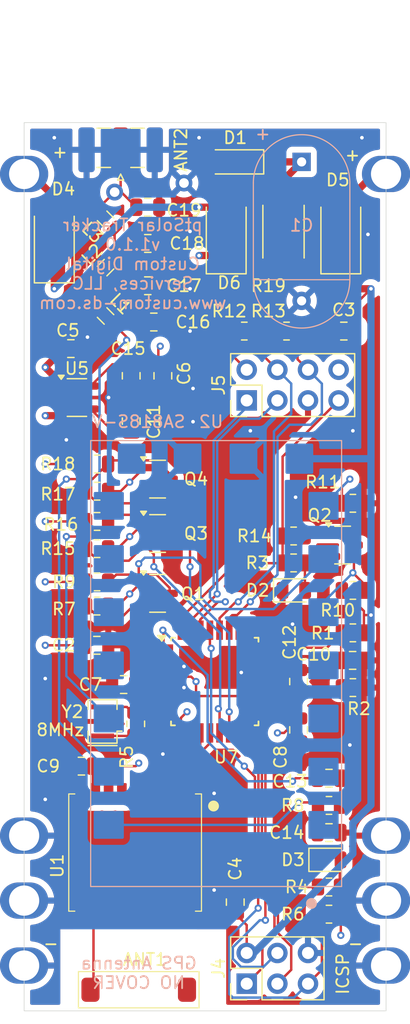
<source format=kicad_pcb>
(kicad_pcb (version 20240108) (generator "pcbnew") (generator_version "8.0")
  (layers (0 "F.Cu" signal) (1 "In1.Cu" signal) (2 "In2.Cu" signal) (31 "B.Cu" signal) (34 "B.Paste" user) (35 "F.Paste" user) (36 "B.SilkS" user "B.Silkscreen") (37 "F.SilkS" user "F.Silkscreen") (38 "B.Mask" user) (39 "F.Mask" user) (44 "Edge.Cuts" user))
  (net 0 "")
  (net 1 "+BATT")
  (net 2 "GND")
  (net 3 "Net-(U2-ANTENNA)")
  (net 4 "/RESET")
  (net 5 "/MOSI")
  (net 6 "/SCK")
  (net 7 "/MISO")
  (net 8 "/SCL")
  (net 9 "/SDA")
  (net 10 "+3.3V")
  (net 11 "Net-(U7-XTAL1{slash}PB6)")
  (net 12 "Net-(U7-XTAL2{slash}PB7)")
  (net 13 "Net-(U2-MIC-IN)")
  (net 14 "/DIG-PTT")
  (net 15 "Net-(D3-A)")
  (net 16 "Net-(U2-HIGH{slash}LOW)")
  (net 17 "Net-(J5-Pin_1)")
  (net 19 "Net-(U7-AREF)")
  (net 20 "/GPS-RX")
  (net 21 "/GPS-EN")
  (net 23 "/BATT-SENSE")
  (net 24 "Net-(U7-PD3)")
  (net 25 "/GPS-TX")
  (net 28 "Net-(J5-Pin_8)")
  (net 30 "Net-(U5-BP)")
  (net 31 "Net-(J5-Pin_3)")
  (net 48 "Net-(C17-Pad2)")
  (net 49 "Net-(D2-A)")
  (net 50 "Net-(ANT1-RF)")
  (net 51 "Net-(ANT2-In)")
  (net 52 "Net-(C18-Pad2)")
  (net 53 "Net-(C13-Pad2)")
  (net 55 "Net-(D1-K)")
  (net 56 "Net-(D4-A)")
  (net 57 "Net-(D5-A)")
  (net 58 "Net-(Q1-S)")
  (net 59 "Net-(Q1-D)")
  (net 60 "Net-(Q2-C)")
  (net 61 "Net-(Q2-B)")
  (net 62 "Net-(Q3-D)")
  (net 63 "Net-(Q3-S)")
  (net 64 "Net-(Q4-D)")
  (net 65 "Net-(Q4-S)")
  (footprint "Custom DS:PowerFilm MPT3.6-75" (layer "F.Cu") (at 137.25 104.75)
    (property "Reference" "J1" (hide yes))
    (property "Value" "~" (hide yes))
  )
  (footprint "Custom DS:Pulse ANT8010LL05R1575A Antenna" (layer "F.Cu") (at 147.25 139.5 180)
    (property "Reference" "ANT1")
    (property "Value" "~" (hide yes))
  )
  (footprint "Resistor_SMD:R_0805_2012Metric" (layer "F.Cu") (at 159.5875 101.95625)
    (property "Reference" "R14")
    (property "Value" "1k" (hide yes))
  )
  (footprint "Resistor_SMD:R_0805_2012Metric" (layer "F.Cu") (at 162.52 133.25 180)
    (property "Reference" "R6")
    (property "Value" "10k" (hide yes))
  )
  (footprint "Resistor_SMD:R_0805_2012Metric" (layer "F.Cu") (at 143.298474 103.001526)
    (property "Reference" "R15")
    (property "Value" "10k" (hide yes))
  )
  (footprint "Capacitor_SMD:C_0805_2012Metric" (layer "F.Cu") (at 146.125 92.45 90)
    (property "Reference" "C11")
    (property "Value" "10nF" (hide yes))
  )
  (footprint "Diode_SMD:D_0805_2012Metric" (layer "F.Cu") (at 159.6075 106.45625)
    (property "Reference" "D2")
    (property "Value" "Red" (hide yes))
  )
  (footprint "Resistor_SMD:R_2512_6332Metric" (layer "F.Cu") (at 158.75 76.7725 -90)
    (property "Reference" "R19")
    (property "Value" "47" (hide yes))
  )
  (footprint "Resistor_SMD:R_0805_2012Metric" (layer "F.Cu") (at 143.298474 107.753052)
    (property "Reference" "R7")
    (property "Value" "10k" (hide yes))
  )
  (footprint "Capacitor_SMD:C_0805_2012Metric" (layer "F.Cu") (at 148 84.25 180)
    (property "Reference" "C16")
    (property "Value" "20pF" (hide yes))
  )
  (footprint "Capacitor_SMD:C_0805_2012Metric" (layer "F.Cu") (at 162.52 122)
    (property "Reference" "C13")
    (property "Value" ".1uF" (hide yes))
  )
  (footprint "Custom DS:Small Test Point Pin" (layer "F.Cu") (at 150.5 72.75)
    (property "Reference" "ANT2b1" (hide yes))
    (property "Value" "Conn_01x01" (hide yes))
  )
  (footprint "Resistor_SMD:R_0805_2012Metric" (layer "F.Cu") (at 159 85)
    (property "Reference" "R13")
    (property "Value" "4.7k" (hide yes))
  )
  (footprint "Package_TO_SOT_SMD:SOT-23" (layer "F.Cu") (at 148.3125 101.751526)
    (property "Reference" "Q3")
    (property "Value" "BSS138" (hide yes))
  )
  (footprint "Package_QFP:TQFP-32_7x7mm_P0.8mm" (layer "F.Cu") (at 153.05 114)
    (property "Reference" "U7")
    (property "Value" "MEGA8-AI" (hide yes))
  )
  (footprint "Resistor_SMD:R_0805_2012Metric" (layer "F.Cu") (at 143.298474 105.753052 180)
    (property "Reference" "R9")
    (property "Value" "10k" (hide yes))
  )
  (footprint "Package_TO_SOT_SMD:SOT-23-5" (layer "F.Cu") (at 141.625 90.5)
    (property "Reference" "U5")
    (property "Value" "LP3985IM5-3.3/NOPB" (hide yes))
  )
  (footprint "Capacitor_SMD:C_0805_2012Metric" (layer "F.Cu") (at 164.48 112.25)
    (property "Reference" "C10")
    (property "Value" "10nF" (hide yes))
  )
  (footprint "Capacitor_SMD:C_0805_2012Metric" (layer "F.Cu") (at 160 118 -90)
    (property "Reference" "C8")
    (property "Value" "10nF" (hide yes))
  )
  (footprint "Diode_SMD:D_SOD-123" (layer "F.Cu") (at 154.75 71 180)
    (property "Reference" "D1")
    (property "Value" "D_Zener" (hide yes))
  )
  (footprint "Capacitor_SMD:C_0805_2012Metric" (layer "F.Cu") (at 154.75 132.25 90)
    (property "Reference" "C4")
    (property "Value" "10nF" (hide yes))
  )
  (footprint "Capacitor_SMD:C_0805_2012Metric" (layer "F.Cu") (at 145.5 114.25 180)
    (property "Reference" "C7")
    (property "Value" "10nF" (hide yes))
  )
  (footprint "Resistor_SMD:R_0805_2012Metric" (layer "F.Cu") (at 164.5 109.97)
    (property "Reference" "R1")
    (property "Value" "100k" (hide yes))
  )
  (footprint "Capacitor_SMD:C_0805_2012Metric" (layer "F.Cu") (at 146.125 88.7 -90)
    (property "Reference" "C15")
    (property "Value" "2.2uF" (hide yes))
  )
  (footprint "Custom DS:ATGM336H-5N31" (layer "F.Cu") (at 146.45 128.3 90)
    (property "Reference" "U1")
    (property "Value" "ATGM336H-5N31" (hide yes))
  )
  (footprint "Inductor_SMD:L_0805_2012Metric" (layer "F.Cu") (at 144 79.75 45)
    (property "Reference" "L2")
    (property "Value" "68nH" (hide yes))
  )
  (footprint "Custom DS:PowerFilm MPT3.6-75" (layer "F.Cu") (at 167.25 104.75)
    (property "Reference" "J2" (hide yes))
    (property "Value" "~" (hide yes))
  )
  (footprint "Custom DS:Small Test Point Pin" (layer "F.Cu") (at 144.75 73.5)
    (property "Reference" "ANT2a1" (hide yes))
    (property "Value" "Conn_01x01" (hide yes))
  )
  (footprint "Capacitor_SMD:C_0805_2012Metric" (layer "F.Cu") (at 147.5 77.75 180)
    (property "Reference" "C18")
    (property "Value" "36pF" (hide yes))
  )
  (footprint "Resistor_SMD:R_0805_2012Metric" (layer "F.Cu") (at 146.5 117.5 -90)
    (property "Reference" "R5")
    (property "Value" "1M" (hide yes))
  )
  (footprint "Diode_SMD:D_SMA" (layer "F.Cu") (at 139.75 77.5 90)
    (property "Reference" "D4")
    (property "Value" "D_Schottky" (hide yes))
  )
  (footprint "Capacitor_SMD:C_0805_2012Metric" (layer "F.Cu") (at 147.5 74.75 180)
    (property "Reference" "C19")
    (property "Value" "20pF" (hide yes))
  )
  (footprint "Resistor_SMD:R_0805_2012Metric" (layer "F.Cu") (at 159.5875 104.18375)
    (property "Reference" "R3")
    (property "Value" "1k" (hide yes))
  )
  (footprint "Resistor_SMD:R_0805_2012Metric" (layer "F.Cu") (at 164.5 114.5 180)
    (property "Reference" "R2")
    (property "Value" "22k" (hide yes))
  )
  (footprint "Resistor_SMD:R_0805_2012Metric" (layer "F.Cu") (at 164.5 99.25 180)
    (property "Reference" "R11")
    (property "Value" "10k" (hide yes))
  )
  (footprint "Capacitor_SMD:C_0805_2012Metric" (layer "F.Cu") (at 148.75 88.7 -90)
    (property "Reference" "C6")
    (property "Value" "10nF" (hide yes))
  )
  (footprint "Capacitor_SMD:C_0805_2012Metric" (layer "F.Cu") (at 160 114 90)
    (property "Reference" "C12")
    (property "Value" "10nF" (hide yes))
  )
  (footprint "Package_TO_SOT_SMD:SOT-23" (layer "F.Cu") (at 163.65 102.70625)
    (property "Reference" "Q2")
    (property "Value" "MMBT3904" (hide yes))
  )
  (footprint "Capacitor_SMD:C_0805_2012Metric" (layer "F.Cu") (at 141.125 86.45)
    (property "Reference" "C5")
    (property "Value" "10nF" (hide yes))
  )
  (footprint "Capacitor_SMD:C_0805_2012Metric" (layer "F.Cu") (at 162.52 126.5)
    (property "Reference" "C14")
    (property "Value" "10nF" (hide yes))
  )
  (footprint "Resistor_SMD:R_0805_2012Metric" (layer "F.Cu") (at 143.298474 100.751526 180)
    (property "Reference" "R16")
    (property "Value" "10k" (hide yes))
  )
  (footprint "Inductor_SMD:L_0805_2012Metric" (layer "F.Cu") (at 144 83.75 135)
    (property "Reference" "L1")
    (property "Value" "56nH" (hide yes))
  )
  (footprint "Connector_Coaxial:SMA_Samtec_SMA-J-P-H-ST-EM1_EdgeMount" (layer "F.Cu") (at 145.25 69.75 90)
    (property "Reference" "ANT2")
    (property "Value" "SMA Edge Mount (Optional)" (hide yes))
  )
  (footprint "Crystal:Resonator_SMD_Murata_CSTxExxV-3Pin_3.0x1.1mm" (layer "F.Cu") (at 143.75 117.3 90)
    (property "Reference" "Y2")
    (property "Value" "8MHz")
  )
  (footprint "Inductor_SMD:L_0805_2012Metric" (layer "F.Cu") (at 144 75.75 135)
    (property "Reference" "L3")
    (property "Value" "56nH" (hide yes))
  )
  (footprint "Capacitor_SMD:C_0805_2012Metric" (layer "F.Cu") (at 163.75 85 180)
    (property "Reference" "C3")
    (property "Value" "10nF" (hide yes))
  )
  (footprint "Resistor_SMD:R_0805_2012Metric" (layer "F.Cu") (at 162.52 131)
    (property "Reference" "R4")
    (property "Value" "1k" (hide yes))
  )
  (footprint "Connector_PinHeader_2.54mm:PinHeader_2x03_P2.54mm_Vertical" (layer "F.Cu") (at 155.7 139 90)
    (property "Reference" "J4")
    (property "Value" "6 Pin Male Header" (hide yes))
  )
  (footprint "Diode_SMD:D_0805_2012Metric" (layer "F.Cu") (at 162.54 128.75)
    (property "Reference" "D3")
    (property "Value" "Green" (hide yes))
  )
  (footprint "Resistor_SMD:R_0805_2012Metric" (layer "F.Cu") (at 162.52 124.25 180)
    (property "Reference" "R8")
    (property "Value" "4.7k" (hide yes))
  )
  (footprint "Diode_SMD:D_SMA" (layer "F.Cu") (at 163.5 76.75 90)
    (property "Reference" "D5")
    (property "Value" "D_Schottky" (hide yes))
  )
  (footprint "Resistor_SMD:R_0805_2012Metric" (layer "F.Cu") (at 143.298474 98.25)
    (property "Reference" "R17")
    (property "Value" "10k" (hide yes))
  )
  (footprint "Package_TO_SOT_SMD:SOT-23" (layer "F.Cu") (at 148.3125 97.25)
    (property "Reference" "Q4")
    (property "Value" "BSS138" (hide yes))
  )
  (footprint "Resistor_SMD:R_0805_2012Metric" (layer "F.Cu") (at 155.5 85)
    (property "Reference" "R12")
    (property "Value" "4.7k" (hide yes))
  )
  (footprint "Resistor_SMD:R_0805_2012Metric" (layer "F.Cu") (at 164.5 106.45625 180)
    (property "Reference" "R10")
    (property "Value" "10k" (hide yes))
  )
  (footprint "Capacitor_SMD:C_0805_2012Metric" (layer "F.Cu") (at 143.278474 111)
    (property "Reference" "C2")
    (property "Value" "10nF" (hide yes))
  )
  (footprint "Diode_SMD:D_SMA" (layer "F.Cu") (at 154 76.75 90)
    (property "Reference" "D6")
    (property "Value" "D_Schottky" (hide yes))
  )
  (footprint "Package_TO_SOT_SMD:SOT-23" (layer "F.Cu") (at 148.3125 106.703052)
    (property "Reference" "Q1")
    (property "Value" "BSS138" (hide yes))
  )
  (footprint "Capacitor_SMD:C_0805_2012Metric" (layer "F.Cu") (at 147.5 81.25 180)
    (property "Reference" "C17")
    (property "Value" "36pF" (hide yes))
  )
  (footprint "Resistor_SMD:R_0805_2012Metric" (layer "F.Cu") (at 143.298474 96 180)
    (property "Reference" "R18")
    (property "Value" "10k" (hide yes))
  )
  (footprint "Connector_PinHeader_2.54mm:PinHeader_2x04_P2.54mm_Vertical" (layer "F.Cu") (at 155.7 90.74 90)
    (property "Reference" "J5")
    (property "Value" "Conn_02x04_Odd_Even" (hide yes))
  )
  (footprint "Capacitor_SMD:C_0805_2012Metric" (layer "F.Cu") (at 142 121 180)
    (property "Reference" "C9")
    (property "Value" "10nF" (hide yes))
  )
  (footprint "Custom DS:CDS CSP Super Cap 8mm dia" (layer "B.Cu") (at 160.25 76.75 180)
    (property "Reference" "C1")
    (property "Value" "6V 1F")
  )
  (footprint "Custom DS:DRA818 SA818" (layer "B.Cu") (at 152.565 113.86)
    (property "Reference" "U2")
    (property "Value" "SA818S-V")
  )
  (gr_line (start 137.25 67.75) (end 167.25 67.75) (stroke (width 0.05)) (layer "Edge.Cuts"))
  (gr_line (start 167.25 67.75) (end 167.25 141.25) (stroke (width 0.05)) (layer "Edge.Cuts"))
  (gr_line (start 167.25 141.25) (end 137.25 141.25) (stroke (width 0.05)) (layer "Edge.Cuts"))
  (gr_line (start 137.25 141.25) (end 137.25 67.75) (stroke (width 0.05)) (layer "Edge.Cuts"))
  (gr_text "ptSolar Tracker\nv1.1.0\nCustom Digital\nServices, LLC\nwww.custom-ds.com" (at 146.25 83.25 0) (layer "B.SilkS") (effects (font (size 1 1)) (justify bottom mirror)))
  (gr_text "GPS Antenna\nNO COVER" (at 146.75 139.5 0) (layer "B.SilkS") (effects (font (size 1 1)) (justify bottom mirror)))
  (gr_text "ICSP" (at 164.25 140 90) (layer "F.SilkS") (effects (font (size 1 1)) (justify left bottom)))
  (segment (start 164.7 82.8) (end 166 81.5) (width 0.2) (layer "F.Cu") (net 1))
  (segment (start 142.385974 100.751526) (end 139.001526 100.751526) (width 0.2) (layer "F.Cu") (net 1))
  (segment (start 154.75 133.2) (end 155.7 134.15) (width 0.2) (layer "F.Cu") (net 1))
  (segment (start 142.55 111) (end 139 111) (width 0.2) (layer "F.Cu") (net 1))
  (segment (start 166 81.5) (end 162.19 81.5) (width 0.6) (layer "F.Cu") (net 1))
  (segment (start 140.175 86.825) (end 140.175 86.45) (width 0.6) (layer "F.Cu") (net 1))
  (segment (start 154 78.75) (end 157.765 78.75) (width 0.6) (layer "F.Cu") (net 1))
  (segment (start 139.9375 92) (end 140.4875 91.45) (width 0.6) (layer "F.Cu") (net 1))
  (segment (start 157.765 78.75) (end 158.75 79.735) (width 0.6) (layer "F.Cu") (net 1))
  (segment (start 164.7 85) (end 164.7 82.8) (width 0.2) (layer "F.Cu") (net 1))
  (segment (start 139.003052 105.753052) (end 139 105.75) (width 0.2) (layer "F.Cu") (net 1))
  (segment (start 139 92) (end 139.9375 92) (width 0.6) (layer "F.Cu") (net 1))
  (segment (start 154 78.75) (end 151.75 78.75) (width 0.6) (layer "F.Cu") (net 1))
  (segment (start 165.4125 108.5) (end 165.4125 108.1625) (width 0.2) (layer "F.Cu") (net 1))
  (segment (start 140.4875 89.4875) (end 139 88) (width 0.6) (layer "F.Cu") (net 1))
  (segment (start 163.70625 106.45625) (end 163.5875 106.45625) (width 0.2) (layer "F.Cu") (net 1))
  (segment (start 155.7 134.15) (end 155.7 136.46) (width 0.2) (layer "F.Cu") (net 1))
  (segment (start 139.001526 100.751526) (end 139 100.75) (width 0.2) (layer "F.Cu") (net 1))
  (segment (start 165.4125 108.1625) (end 163.70625 106.45625) (width 0.2) (layer "F.Cu") (net 1))
  (segment (start 140.4875 89.55) (end 140.4875 89.4875) (width 0.6) (layer "F.Cu") (net 1))
  (segment (start 160.425 79.735) (end 158.75 79.735) (width 0.6) (layer "F.Cu") (net 1))
  (segment (start 166 108.5) (end 165.4125 108.5) (width 0.2) (layer "F.Cu") (net 1))
  (segment (start 165.4125 109.97) (end 165.4125 108.5) (width 0.2) (layer "F.Cu") (net 1))
  (segment (start 139 88) (end 140.175 86.825) (width 0.6) (layer "F.Cu") (net 1))
  (segment (start 142.3375 96) (end 139 96) (width 0.2) (layer "F.Cu") (net 1))
  (segment (start 142.4625 105.753052) (end 139.003052 105.753052) (width 0.2) (layer "F.Cu") (net 1))
  (segment (start 162.19 81.5) (end 160.425 79.735) (width 0.6) (layer "F.Cu") (net 1))
  (via (at 139 105.75) (size 0.6) (drill 0.3) (layers "F.Cu" "B.Cu") (net 1))
  (via (at 139 96) (size 0.6) (drill 0.3) (layers "F.Cu" "B.Cu") (net 1))
  (via (at 151.75 78.75) (size 0.6) (drill 0.3) (layers "F.Cu" "B.Cu") (net 1))
  (via (at 166 81.5) (size 0.6) (drill 0.3) (layers "F.Cu" "B.Cu") (net 1))
  (via (at 139 100.75) (size 0.6) (drill 0.3) (layers "F.Cu" "B.Cu") (net 1))
  (via (at 166 108.5) (size 0.6) (drill 0.3) (layers "F.Cu" "B.Cu") (net 1))
  (via (at 139 111) (size 0.6) (drill 0.3) (layers "F.Cu" "B.Cu") (net 1))
  (via (at 139 92) (size 0.6) (drill 0.3) (layers "F.Cu" "B.Cu") (net 1))
  (via (at 139 88) (size 0.6) (drill 0.3) (layers "F.Cu" "B.Cu") (net 1))
  (segment (start 166 95.5) (end 166 90.774999) (width 0.6) (layer "B.Cu") (net 1))
  (segment (start 164.5 128.25) (end 156.29 136.46) (width 0.6) (layer "B.Cu") (net 1))
  (segment (start 166 108.5) (end 166 124.210787) (width 0.6) (layer "B.Cu") (net 1))
  (segment (start 166 90.774999) (end 166 81.5) (width 0.6) (layer "B.Cu") (net 1))
  (segment (start 166 124.210787) (end 164.5 125.710787) (width 0.6) (layer "B.Cu") (net 1))
  (segment (start 156.29 136.46) (end 155.7 136.46) (width 0.6) (layer "B.Cu") (net 1))
  (segment (start 160.065 95.56) (end 165.94 95.56) (width 0.6) (layer "B.Cu") (net 1))
  (segment (start 165.94 95.56) (end 166 95.5) (width 0.6) (layer "B.Cu") (net 1))
  (segment (start 164.5 125.710787) (end 164.5 128.25) (width 0.6) (layer "B.Cu") (net 1))
  (segment (start 166 108.5) (end 166 90.774999) (width 0.6) (layer "B.Cu") (net 1))
  (segment (start 165.43 112.485) (end 165.43 112.9) (width 0.2) (layer "F.Cu") (net 2))
  (segment (start 150.4 114.4) (end 150.5 114.5) (width 0.2) (layer "F.Cu") (net 2))
  (segment (start 159.45 113.6) (end 160 113.05) (width 0.2) (layer "F.Cu") (net 2))
  (segment (start 146.125 89.65) (end 148.375 89.65) (width 0.2) (layer "F.Cu") (net 2))
  (segment (start 165.4125 112.4675) (end 165.43 112.485) (width 0.2) (layer "F.Cu") (net 2))
  (segment (start 146.075 90.5) (end 146.125 90.45) (width 0.2) (layer "F.Cu") (net 2))
  (segment (start 150.45 112.8) (end 150.5 112.75) (width 0.2) (layer "F.Cu") (net 2))
  (segment (start 165.43 112.9) (end 165.4125 112.9175) (width 0.2) (layer "F.Cu") (net 2))
  (segment (start 148.8 114.4) (end 150.4 114.4) (width 0.2) (layer "F.Cu") (net 2))
  (segment (start 140.4875 90.5) (end 144.25 90.5) (width 0.2) (layer "F.Cu") (net 2))
  (segment (start 146.125 90.55) (end 146.075 90.5) (width 0.2) (layer "F.Cu") (net 2))
  (segment (start 146.125 91.5) (end 146.125 90.55) (width 0.2) (layer "F.Cu") (net 2))
  (segment (start 146.125 90.45) (end 146.125 89.65) (width 0.2) (layer "F.Cu") (net 2))
  (segment (start 144.25 90.5) (end 146.075 90.5) (width 0.2) (layer "F.Cu") (net 2))
  (segment (start 144.25 133) (end 144.25 130.75) (width 0.2) (layer "F.Cu") (net 2))
  (segment (start 148.8 112.8) (end 150.45 112.8) (width 0.2) (layer "F.Cu") (net 2))
  (segment (start 157.3 113.6) (end 159.45 113.6) (width 0.2) (layer "F.Cu") (net 2))
  (via (at 151 85) (size 0.6) (drill 0.3) (layers "F.Cu" "B.Cu") (net 2))
  (via (at 151 81.5) (size 0.6) (drill 0.3) (layers "F.Cu" "B.Cu") (net 2))
  (via (at 142.5 85.5) (size 0.6) (drill 0.3) (layers "F.Cu" "B.Cu") (net 2))
  (via (at 165.25 69) (size 0.6) (drill 0.3) (layers "F.Cu" "B.Cu") (net 2))
  (via (at 164.25 119.25) (size 0.6) (drill 0.3) (layers "F.Cu" "B.Cu") (net 2))
  (via (at 148.75 120) (size 0.6) (drill 0.3) (layers "F.Cu" "B.Cu") (net 2))
  (via (at 153 131.25) (size 0.6) (drill 0.3) (layers "F.Cu" "B.Cu") (net 2))
  (via (at 140.75 94) (size 0.6) (drill 0.3) (layers "F.Cu" "B.Cu") (net 2))
  (via (at 139.75 69) (size 0.6) (drill 0.3) (layers "F.Cu" "B.Cu") (net 2))
  (via (at 165.75 77) (size 0.6) (drill 0.3) (layers "F.Cu" "B.Cu") (net 2))
  (via (at 144.25 90.5) (size 0.6) (drill 0.3) (layers "F.Cu" "B.Cu") (net 2))
  (via (at 151.25 92.5) (size 0.6) (drill 0.3) (layers "F.Cu" "B.Cu") (net 2))
  (via (at 151.75 69) (size 0.6) (drill 0.3) (layers "F.Cu" "B.Cu") (net 2))
  (via (at 151.25 89.75) (size 0.6) (drill 0.3) (layers "F.Cu" "B.Cu") (net 2))
  (via (at 159.5 109.25) (size 0.6) (drill 0.3) (layers "F.Cu" "B.Cu") (net 2))
  (via (at 159.75 98.75) (size 0.6) (drill 0.3) (layers "F.Cu" "B.Cu") (net 2))
  (via (at 155.25 113.25) (size 0.6) (drill 0.3) (layers "F.Cu" "B.Cu") (net 2))
  (via (at 150.5 114.5) (size 0.6) (drill 0.3) (layers "F.Cu" "B.Cu") (net 2))
  (via (at 164.5 93.25) (size 0.6) (drill 0.3) (layers "F.Cu" "B.Cu") (net 2))
  (via (at 151 76.75) (size 0.6) (drill 0.3) (layers "F.Cu" "B.Cu") (net 2))
  (via (at 139 123.75) (size 0.6) (drill 0.3) (layers "F.Cu" "B.Cu") (net 2))
  (via (at 156 93.25) (size 0.6) (drill 0.3) (layers "F.Cu" "B.Cu") (net 2))
  (via (at 150.5 112.75) (size 0.6) (drill 0.3) (layers "F.Cu" "B.Cu") (net 2))
  (via (at 139 113.75) (size 0.6) (drill 0.3) (layers "F.Cu" "B.Cu") (net 2))
  (via (at 153 123.25) (size 0.6) (drill 0.3) (layers "F.Cu" "B.Cu") (net 2))
  (segment (start 145.75 85.5) (end 144.751301 84.501301) (width 0.2) (layer "F.Cu") (net 3))
  (segment (start 147.05 84.25) (end 145.002602 84.25) (width 0.2) (layer "F.Cu") (net 3))
  (segment (start 145.75 85.75) (end 145.75 85.5) (width 0.2) (layer "F.Cu") (net 3))
  (segment (start 145.002602 84.25) (end 144.751301 84.501301) (width 0.2) (layer "F.Cu") (net 3))
  (via (at 145.75 85.75) (size 0.6) (drill 0.3) (layers "F.Cu" "B.Cu") (net 3))
  (segment (start 144.265 99.46) (end 143.5 98.695) (width 0.2) (layer "B.Cu") (net 3))
  (segment (start 143.5 88) (end 145.75 85.75) (width 0.2) (layer "B.Cu") (net 3))
  (segment (start 143.5 98.695) (end 143.5 88) (width 0.2) (layer "B.Cu") (net 3))
  (segment (start 161.5875 133.25) (end 161.93 133.5925) (width 0.2) (layer "F.Cu") (net 4))
  (segment (start 156.65 130.4) (end 156.38 130.13) (width 0.2) (layer "F.Cu") (net 4))
  (segment (start 156.65 132.75) (end 156.65 130.4) (width 0.2) (layer "F.Cu") (net 4))
  (segment (start 161.93 133.5925) (end 161.93 137.85) (width 0.2) (layer "F.Cu") (net 4))
  (segment (start 156.38 130.13) (end 156.38 121.88) (width 0.2) (layer "F.Cu") (net 4))
  (segment (start 156.38 121.88) (end 155.5 121) (width 0.2) (layer "F.Cu") (net 4))
  (segment (start 161.93 137.85) (end 160.78 139) (width 0.2) (layer "F.Cu") (net 4))
  (segment (start 152.65 109.75) (end 152.65 111.15) (width 0.2) (layer "F.Cu") (net 4))
  (segment (start 152.65 111.15) (end 152.75 111.25) (width 0.2) (layer "F.Cu") (net 4))
  (via (at 156.65 132.75) (size 0.6) (drill 0.3) (layers "F.Cu" "B.Cu") (net 4))
  (via (at 152.75 111.25) (size 0.6) (drill 0.3) (layers "F.Cu" "B.Cu") (net 4))
  (via (at 155.5 121) (size 0.6) (drill 0.3) (layers "F.Cu" "B.Cu") (net 4))
  (segment (start 154.26 139.86) (end 154.55 140.15) (width 0.2) (layer "B.Cu") (net 4))
  (segment (start 159.63 140.15) (end 160.78 139) (width 0.2) (layer "B.Cu") (net 4))
  (segment (start 152.75 118.25) (end 152.75 111.25) (width 0.2) (layer "B.Cu") (net 4))
  (segment (start 155.5 121) (end 152.75 118.25) (width 0.2) (layer "B.Cu") (net 4))
  (segment (start 154.26 135.14) (end 154.26 139.86) (width 0.2) (layer "B.Cu") (net 4))
  (segment (start 156.65 132.75) (end 154.26 135.14) (width 0.2) (layer "B.Cu") (net 4))
  (segment (start 154.55 140.15) (end 159.63 140.15) (width 0.2) (layer "B.Cu") (net 4))
  (segment (start 157.25 133.75) (end 157.25 130.570244) (width 0.2) (layer "F.Cu") (net 5))
  (segment (start 155.05 119.125) (end 155.05 118.25) (width 0.2) (layer "F.Cu") (net 5))
  (segment (start 156.67 129.990244) (end 156.67 120.745) (width 0.2) (layer "F.Cu") (net 5))
  (segment (start 156.67 120.745) (end 155.05 119.125) (width 0.2) (layer "F.Cu") (net 5))
  (segment (start 157.25 130.570244) (end 156.67 129.990244) (width 0.2) (layer "F.Cu") (net 5))
  (via (at 157.25 133.75) (size 0.6) (drill 0.3) (layers "F.Cu" "B.Cu") (net 5))
  (segment (start 154.55 135.983654) (end 154.55 136.936346) (width 0.2) (layer "B.Cu") (net 5))
  (segment (start 157.25 133.75) (end 156.783654 133.75) (width 0.2) (layer "B.Cu") (net 5))
  (segment (start 154.55 136.936346) (end 155.223654 137.61) (width 0.2) (layer "B.Cu") (net 5))
  (segment (start 155.223654 137.61) (end 157.09 137.61) (width 0.2) (layer "B.Cu") (net 5))
  (segment (start 157.09 137.61) (end 158.24 136.46) (width 0.2) (layer "B.Cu") (net 5))
  (segment (start 156.783654 133.75) (end 154.55 135.983654) (width 0.2) (layer "B.Cu") (net 5))
  (segment (start 161.5875 131) (end 158.29 131) (width 0.2) (layer "F.Cu") (net 6))
  (segment (start 158.29 130.79) (end 157.25 129.75) (width 0.2) (layer "F.Cu") (net 6))
  (segment (start 158.29 134.810031) (end 158.29 131) (width 0.2) (layer "F.Cu") (net 6))
  (segment (start 159.39 137.85) (end 159.39 135.910031) (width 0.2) (layer "F.Cu") (net 6))
  (segment (start 157.25 129.75) (end 157.25 116.85) (width 0.2) (layer "F.Cu") (net 6))
  (segment (start 157.25 116.85) (end 157.3 116.8) (width 0.2) (layer "F.Cu") (net 6))
  (segment (start 159.39 135.910031) (end 158.29 134.810031) (width 0.2) (layer "F.Cu") (net 6))
  (segment (start 158.24 139) (end 159.39 137.85) (width 0.2) (layer "F.Cu") (net 6))
  (segment (start 158.29 131) (end 158.29 130.79) (width 0.2) (layer "F.Cu") (net 6))
  (segment (start 156.96 120.624878) (end 156.96 129.870122) (width 0.2) (layer "F.Cu") (net 7))
  (segment (start 157 135.75) (end 157 137.7) (width 0.2) (layer "F.Cu") (net 7))
  (segment (start 157 137.7) (end 155.7 139) (width 0.2) (layer "F.Cu") (net 7))
  (segment (start 156.96 129.870122) (end 158 130.910122) (width 0.2) (layer "F.Cu") (net 7))
  (segment (start 158 130.910122) (end 158 134.75) (width 0.2) (layer "F.Cu") (net 7))
  (segment (start 158 134.75) (end 157 135.75) (width 0.2) (layer "F.Cu") (net 7))
  (segment (start 155.85 118.25) (end 155.85 119.514878) (width 0.2) (layer "F.Cu") (net 7))
  (segment (start 155.85 119.514878) (end 156.96 120.624878) (width 0.2) (layer "F.Cu") (net 7))
  (segment (start 156.4125 85) (end 156.4125 86.3725) (width 0.2) (layer "F.Cu") (net 8))
  (segment (start 156.4125 86.3725) (end 158.24 88.2) (width 0.2) (layer "F.Cu") (net 8))
  (segment (start 154.8 107.4) (end 155 107.4) (width 0.2) (layer "F.Cu") (net 8))
  (segment (start 153.45 108.75) (end 154.8 107.4) (width 0.2) (layer "F.Cu") (net 8))
  (segment (start 153.45 109.75) (end 153.45 108.75) (width 0.2) (layer "F.Cu") (net 8))
  (via (at 155 107.4) (size 0.6) (drill 0.3) (layers "F.Cu" "B.Cu") (net 8))
  (segment (start 159.39 89.35) (end 158.24 88.2) (width 0.2) (layer "B.Cu") (net 8))
  (segment (start 159.39 91.86) (end 159.39 89.35) (width 0.2) (layer "B.Cu") (net 8))
  (segment (start 157.96 104.44) (end 157.96 93.29) (width 0.2) (layer "B.Cu") (net 8))
  (segment (start 157.96 93.29) (end 159.39 91.86) (width 0.2) (layer "B.Cu") (net 8))
  (segment (start 155 107.4) (end 157.96 104.44) (width 0.2) (layer "B.Cu") (net 8))
  (segment (start 154.25 108.75) (end 154.5 108.5) (width 0.2) (layer "F.Cu") (net 9))
  (segment (start 159.9125 85) (end 159.9125 87.3325) (width 0.2) (layer "F.Cu") (net 9))
  (segment (start 159.9125 87.3325) (end 160.78 88.2) (width 0.2) (layer "F.Cu") (net 9))
  (segment (start 154.9 108.5) (end 156 107.4) (width 0.2) (layer "F.Cu") (net 9))
  (segment (start 154.5 108.5) (end 154.9 108.5) (width 0.2) (layer "F.Cu") (net 9))
  (segment (start 161.0875 87.8925) (end 160.78 88.2) (width 0.2) (layer "F.Cu") (net 9))
  (segment (start 154.25 109.75) (end 154.25 108.75) (width 0.2) (layer "F.Cu") (net 9))
  (via (at 156 107.4) (size 0.6) (drill 0.3) (layers "F.Cu" "B.Cu") (net 9))
  (segment (start 158.25 105.15) (end 156 107.4) (width 0.2) (layer "B.Cu") (net 9))
  (segment (start 161.01 92.75) (end 159.25 92.75) (width 0.2) (layer "B.Cu") (net 9))
  (segment (start 161.93 91.83) (end 161.01 92.75) (width 0.2) (layer "B.Cu") (net 9))
  (segment (start 159.25 92.75) (end 158.25 93.75) (width 0.2) (layer "B.Cu") (net 9))
  (segment (start 161.93 89.35) (end 161.93 91.83) (width 0.2) (layer "B.Cu") (net 9))
  (segment (start 160.78 88.2) (end 161.93 89.35) (width 0.2) (layer "B.Cu") (net 9))
  (segment (start 158.25 93.75) (end 158.25 105.15) (width 0.2) (layer "B.Cu") (net 9))
  (segment (start 154.5875 87.0875) (end 155.7 88.2) (width 0.2) (layer "F.Cu") (net 10))
  (segment (start 156.025 116) (end 157.3 116) (width 0.2) (layer "F.Cu") (net 10))
  (segment (start 145.35 121.1) (end 145.25 121) (width 0.2) (layer "F.Cu") (net 10))
  (segment (start 158.0875 84.3375) (end 157.5 83.75) (width 0.2) (layer "F.Cu") (net 10))
  (segment (start 146 106.75) (end 144.996948 107.753052) (width 0.2) (layer "F.Cu") (net 10))
  (segment (start 155.25 83.75) (end 154.5875 84.4125) (width 0.2) (layer "F.Cu") (net 10))
  (segment (start 147.1 113.6) (end 148.8 113.6) (width 0.2) (layer "F.Cu") (net 10))
  (segment (start 145.25 121) (end 142.95 121) (width 0.2) (layer "F.Cu") (net 10))
  (segment (start 146.0375 102) (end 147.235974 100.801526) (width 0.2) (layer "F.Cu") (net 10))
  (segment (start 151.1 113.6) (end 148.8 113.6) (width 0.2) (layer "F.Cu") (net 10))
  (segment (start 144.996948 107.753052) (end 144.2875 107.753052) (width 0.2) (layer "F.Cu") (net 10))
  (segment (start 144.210974 103.001526) (end 144.998474 103.001526) (width 0.2) (layer "F.Cu") (net 10))
  (segment (start 146.996948 105.753052) (end 147.34293 105.753052) (width 0.2) (layer "F.Cu") (net 10))
  (segment (start 158.8 118.25) (end 160 117.05) (width 0.2) (layer "F.Cu") (net 10))
  (segment (start 154.5875 84.4125) (end 154.5875 85) (width 0.2) (layer "F.Cu") (net 10))
  (segment (start 146.45 114.25) (end 147.1 113.6) (width 0.2) (layer "F.Cu") (net 10))
  (segment (start 146 102) (end 146.0375 102) (width 0.2) (layer "F.Cu") (net 10))
  (segment (start 146.125 87.75) (end 144.5625 87.75) (width 0.2) (layer "F.Cu") (net 10))
  (segment (start 160 117.05) (end 158.95 116) (width 0.2) (layer "F.Cu") (net 10))
  (segment (start 146 106.75) (end 146.996948 105.753052) (width 0.2) (layer "F.Cu") (net 10))
  (segment (start 148.375 87.75) (end 148.375 86.40625) (width 0.2) (layer "F.Cu") (net 10))
  (segment (start 158.0875 85) (end 158.0875 84.3375) (width 0.2) (layer "F.Cu") (net 10))
  (segment (start 145.35 123.3) (end 145.35 121.1) (width 0.2) (layer "F.Cu") (net 10))
  (segment (start 142.95 123.1) (end 143.15 123.3) (width 0.2) (layer "F.Cu") (net 10))
  (segment (start 146.125 87.75) (end 148.375 87.75) (width 0.2) (layer "F.Cu") (net 10))
  (segment (start 163.5 133.3375) (end 163.4125 133.25) (width 0.2) (layer "F.Cu") (net 10))
  (segment (start 143.325 89.55) (end 142.7625 89.55) (width 0.2) (layer "F.Cu") (net 10))
  (segment (start 144.5625 87.75) (end 142.7625 89.55) (width 0.2) (layer "F.Cu") (net 10))
  (segment (start 145.25 98.25) (end 146 97.5) (width 0.2) (layer "F.Cu") (net 10))
  (segment (start 144.998474 103.001526) (end 146 102) (width 0.2) (layer "F.Cu") (net 10))
  (segment (start 158.25 118.25) (end 158.8 118.25) (width 0.2) (layer "F.Cu") (net 10))
  (segment (start 151.5 114) (end 151.5 115.2) (width 0.2) (layer "F.Cu") (net 10))
  (segment (start 144.1625 98.25) (end 145.25 98.25) (width 0.2) (layer "F.Cu") (net 10))
  (segment (start 146.75 120.75) (end 146.5 121) (width 0.2) (layer "F.Cu") (net 10))
  (segment (start 144.210974 103.001526) (end 144.210974 102.764026) (width 0.2) (layer "F.Cu") (net 10))
  (segment (start 151.5 114) (end 151.1 113.6) (width 0.2) (layer "F.Cu") (net 10))
  (segment (start 147.2 96.3) (end 146 97.5) (width 0.2) (layer "F.Cu") (net 10))
  (segment (start 148.375 86.40625) (end 148.53125 86.25) (width 0.2) (layer "F.Cu") (net 10))
  (segment (start 163.5 135) (end 163.5 133.3375) (width 0.2) (layer "F.Cu") (net 10))
  (segment (start 154.5875 85) (end 154.5875 87.0875) (width 0.2) (layer "F.Cu") (net 10))
  (segment (start 157.5 83.75) (end 155.25 83.75) (width 0.2) (layer "F.Cu") (net 10))
  (segment (start 142.95 121) (end 142.95 123.1) (width 0.2) (layer "F.Cu") (net 10))
  (segment (start 155.225 115.2) (end 156.025 116) (width 0.2) (layer "F.Cu") (net 10))
  (segment (start 147.34293 105.753052) (end 147.390215 105.800337) (width 0.2) (layer "F.Cu") (net 10))
  (segment (start 146.5 121) (end 145.25 121) (width 0.2) (layer "F.Cu") (net 10))
  (segment (start 147.375 96.3) (end 147.2 96.3) (width 0.2) (layer "F.Cu") (net 10))
  (segment (start 158.95 116) (end 157.3 116) (width 0.2) (layer "F.Cu") (net 10))
  (segment (start 148.8 115.2) (end 155.225 115.2) (width 0.2) (layer "F.Cu") (net 10))
  (via (at 163.5 135) (size 0.6) (drill 0.3) (layers "F.Cu" "B.Cu") (net 10))
  (via (at 151.5 114) (size 0.6) (drill 0.3) (layers "F.Cu" "B.Cu") (net 10))
  (via (at 158.25 118.25) (size 0.6) (drill 0.3) (layers "F.Cu" "B.Cu") (net 10))
  (via (at 148.53125 86.25) (size 0.6) (drill 0.3) (layers "F.Cu" "B.Cu") (net 10))
  (via (at 146.75 120.75) (size 0.6) (drill 0.3) (layers "F.Cu" "B.Cu") (net 10))
  (via (at 146 106.75) (size 0.6) (drill 0.3) (layers "F.Cu" "B.Cu") (net 10))
  (via (at 146 97.5) (size 0.6) (drill 0.3) (layers "F.Cu" "B.Cu") (net 10))
  (via (at 146 102) (size 0.6) (drill 0.3) (layers "F.Cu" "B.Cu") (net 10))
  (segment (start 146.8375 116) (end 146.25 116.5875) (width 0.2) (layer "F.Cu") (net 11))
  (segment (start 143.75 116.1) (end 145.7625 116.1) (width 0.2) (layer "F.Cu") (net 11))
  (segment (start 148.8 116) (end 146.8375 116) (width 0.2) (layer "F.Cu") (net 11))
  (segment (start 145.7625 116.1) (end 146.25 116.5875) (width 0.2) (layer "F.Cu") (net 11))
  (segment (start 146.6625 117) (end 146.25 116.5875) (width 0.2) (layer "F.Cu") (net 11))
  (segment (start 146.1625 118.5) (end 146.25 118.4125) (width 0.2) (layer "F.Cu") (net 12))
  (segment (start 148.8 116.8) (end 148.45 116.8) (width 0.2) (layer "F.Cu") (net 12))
  (segment (start 143.75 118.5) (end 146.1625 118.5) (width 0.2) (layer "F.Cu") (net 12))
  (segment (start 147.1875 118.4125) (end 146.25 118.4125) (width 0.2) (layer "F.Cu") (net 12))
  (segment (start 148.8 116.8) (end 147.1875 118.4125) (width 0.2) (layer "F.Cu") (net 12))
  (segment (start 160 124) (end 161.3375 124) (width 0.2) (layer "F.Cu") (net 13))
  (segment (start 161.55 124.2875) (end 161.5875 124.25) (width 0.2) (layer "F.Cu") (net 13))
  (segment (start 161.3375 124) (end 161.5875 124.25) (width 0.2) (layer "F.Cu") (net 13))
  (segment (start 161.55 126.5) (end 161.55 124.2875) (width 0.2) (layer "F.Cu") (net 13))
  (via (at 160 124) (size 0.6) (drill 0.3) (layers "F.Cu" "B.Cu") (net 13))
  (segment (start 158.14 125.86) (end 160 124) (width 0.2) (layer "B.Cu") (net 13))
  (segment (start 144.265 125.86) (end 158.14 125.86) (width 0.2) (layer "B.Cu") (net 13))
  (segment (start 158.675 95.385) (end 158.675 101.95625) (width 0.2) (layer "F.Cu") (net 14))
  (segment (start 163.32 90.74) (end 158.675 95.385) (width 0.2) (layer "F.Cu") (net 14))
  (segment (start 158.675 104.20625) (end 158.675 101.95625) (width 0.2) (layer "F.Cu") (net 14))
  (segment (start 154.79375 104.20625) (end 158.675 104.20625) (width 0.2) (layer "F.Cu") (net 14))
  (segment (start 150.25 109.75) (end 150.25 108.75) (width 0.2) (layer "F.Cu") (net 14))
  (segment (start 150.25 108.75) (end 154.79375 104.20625) (width 0.2) (layer "F.Cu") (net 14))
  (segment (start 163.4125 128.775) (end 163.4375 128.75) (width 0.2) (layer "F.Cu") (net 15))
  (segment (start 163.4125 131) (end 163.4125 128.775) (width 0.2) (layer "F.Cu") (net 15))
  (segment (start 163.5875 97.9125) (end 164.25 97.25) (width 0.2) (layer "F.Cu") (net 16))
  (segment (start 163.5875 99.25) (end 163.5875 97.9125) (width 0.2) (layer "F.Cu") (net 16))
  (via (at 164.25 97.25) (size 0.6) (drill 0.3) (layers "F.Cu" "B.Cu") (net 16))
  (segment (start 164.25 97.25) (end 162.065 99.435) (width 0.2) (layer "B.Cu") (net 16))
  (segment (start 162.065 99.435) (end 162.065 99.46) (width 0.2) (layer "B.Cu") (net 16))
  (segment (start 151.85 108.875) (end 151.85 109.75) (width 0.2) (layer "F.Cu") (net 17))
  (segment (start 153.325 107.4) (end 151.85 108.875) (width 0.2) (layer "F.Cu") (net 17))
  (segment (start 153.925735 107.4) (end 153.325 107.4) (width 0.2) (layer "F.Cu") (net 17))
  (via (at 153.925735 107.4) (size 0.6) (drill 0.3) (layers "F.Cu" "B.Cu") (net 17))
  (segment (start 152.96 106.191471) (end 152.96 94.04) (width 0.2) (layer "B.Cu") (net 17))
  (segment (start 155.7 91.3) (end 155.7 90.74) (width 0.2) (layer "B.Cu") (net 17))
  (segment (start 153.025 107.4) (end 152.65 107.025) (width 0.2) (layer "B.Cu") (net 17))
  (segment (start 152.65 107.025) (end 152.65 106.501471) (width 0.2) (layer "B.Cu") (net 17))
  (segment (start 152.65 106.501471) (end 152.96 106.191471) (width 0.2) (layer "B.Cu") (net 17))
  (segment (start 153.925735 107.4) (end 153.025 107.4) (width 0.2) (layer "B.Cu") (net 17))
  (segment (start 152.96 94.04) (end 155.7 91.3) (width 0.2) (layer "B.Cu") (net 17))
  (segment (start 157.3 114.4) (end 159.45 114.4) (width 0.2) (layer "F.Cu") (net 19))
  (segment (start 159.45 114.4) (end 160 114.95) (width 0.2) (layer "F.Cu") (net 19))
  (segment (start 152.65 118.25) (end 152.65 119.1) (width 0.2) (layer "F.Cu") (net 20))
  (segment (start 152.65 119.1) (end 149.75 122) (width 0.2) (layer "F.Cu") (net 20))
  (segment (start 149.75 122) (end 149.75 123.3) (width 0.2) (layer "F.Cu") (net 20))
  (segment (start 151.05 119.639878) (end 148.939878 121.75) (width 0.2) (layer "F.Cu") (net 21))
  (segment (start 148.939878 121.75) (end 147.1 121.75) (width 0.2) (layer "F.Cu") (net 21))
  (segment (start 146.45 122.4) (end 146.45 123.3) (width 0.2) (layer "F.Cu") (net 21))
  (segment (start 151.05 118.25) (end 151.05 119.639878) (width 0.2) (layer "F.Cu") (net 21))
  (segment (start 147.1 121.75) (end 146.45 122.4) (width 0.2) (layer "F.Cu") (net 21))
  (segment (start 163.5875 114.5) (end 163.5875 112.3075) (width 0.2) (layer "F.Cu") (net 23))
  (segment (start 163.53 112.25) (end 163.53 110.0275) (width 0.2) (layer "F.Cu") (net 23))
  (segment (start 162.3575 111.2) (end 163.5875 109.97) (width 0.2) (layer "F.Cu") (net 23))
  (segment (start 157.3 111.2) (end 162.3575 111.2) (width 0.2) (layer "F.Cu") (net 23))
  (segment (start 163.53 110.0275) (end 163.5875 109.97) (width 0.2) (layer "F.Cu") (net 23))
  (segment (start 163.5875 112.3075) (end 163.53 112.25) (width 0.2) (layer "F.Cu") (net 23))
  (segment (start 161.57 122) (end 159.75 122) (width 0.2) (layer "F.Cu") (net 24))
  (segment (start 148.8 111.2) (end 148.8 109.8) (width 0.2) (layer "F.Cu") (net 24))
  (segment (start 159.75 122) (end 159.5 122.25) (width 0.2) (layer "F.Cu") (net 24))
  (segment (start 148.8 109.8) (end 148.75 109.75) (width 0.2) (layer "F.Cu") (net 24))
  (via (at 148.75 109.75) (size 0.6) (drill 0.3) (layers "F.Cu" "B.Cu") (net 24))
  (via (at 159.5 122.25) (size 0.6) (drill 0.3) (layers "F.Cu" "B.Cu") (net 24))
  (segment (start 152.46 113.46) (end 152.46 118.96) (width 0.2) (layer "B.Cu") (net 24))
  (segment (start 148.75 109.75) (end 152.46 113.46) (width 0.2) (layer "B.Cu") (net 24))
  (segment (start 155.75 122.25) (end 159.5 122.25) (width 0.2) (layer "B.Cu") (net 24))
  (segment (start 152.46 118.96) (end 155.75 122.25) (width 0.2) (layer "B.Cu") (net 24))
  (segment (start 151.85 118.25) (end 151.85 119.4) (width 0.2) (layer "F.Cu") (net 25))
  (segment (start 148.65 122.6) (end 148.65 123.3) (width 0.2) (layer "F.Cu") (net 25))
  (segment (start 151.85 119.4) (end 148.65 122.6) (width 0.2) (layer "F.Cu") (net 25))
  (segment (start 150.25 117) (end 150.75 116.5) (width 0.2) (layer "F.Cu") (net 28))
  (segment (start 150.25 118.25) (end 150.25 117) (width 0.2) (layer "F.Cu") (net 28))
  (via (at 150.75 116.5) (size 0.6) (drill 0.3) (layers "F.Cu" "B.Cu") (net 28))
  (segment (start 144.7125 93.4) (end 142.7625 91.45) (width 0.2) (layer "F.Cu") (net 30))
  (segment (start 146.125 93.4) (end 144.7125 93.4) (width 0.2) (layer "F.Cu") (net 30))
  (segment (start 151.05 108.95) (end 151.05 109.75) (width 0.2) (layer "F.Cu") (net 31))
  (segment (start 153.25 106.75) (end 151.05 108.95) (width 0.2) (layer "F.Cu") (net 31))
  (via (at 153.25 106.75) (size 0.6) (drill 0.3) (layers "F.Cu" "B.Cu") (net 31))
  (segment (start 155.160122 92.25) (end 156.75 92.25) (width 0.2) (layer "B.Cu") (net 31))
  (segment (start 153.25 94.160122) (end 155.160122 92.25) (width 0.2) (layer "B.Cu") (net 31))
  (segment (start 156.75 92.25) (end 158.24 90.76) (width 0.2) (layer "B.Cu") (net 31))
  (segment (start 158.24 90.76) (end 158.24 90.74) (width 0.2) (layer "B.Cu") (net 31))
  (segment (start 153.25 106.75) (end 153.25 94.160122) (width 0.2) (layer "B.Cu") (net 31))
  (segment (start 143.248699 80.501301) (end 143.248699 82.998699) (width 0.2) (layer "F.Cu") (net 48))
  (segment (start 145.801301 80.501301) (end 143.248699 80.501301) (width 0.2) (layer "F.Cu") (net 48))
  (segment (start 146.55 81.25) (end 145.801301 80.501301) (width 0.2) (layer "F.Cu") (net 48))
  (segment (start 160.525 106.45625) (end 160.525 104.23125) (width 0.2) (layer "F.Cu") (net 49))
  (segment (start 160.525 104.23125) (end 160.5 104.20625) (width 0.2) (layer "F.Cu") (net 49))
  (segment (start 143 133.15) (end 143 139) (width 0.2) (layer "F.Cu") (net 50))
  (segment (start 143 139) (end 142.5 139.5) (width 0.2) (layer "F.Cu") (net 50))
  (segment (start 143.15 133) (end 143 133.15) (width 0.2) (layer "F.Cu") (net 50))
  (segment (start 145.3 73.5) (end 144.75 73.5) (width 0.2) (layer "F.Cu") (net 51))
  (segment (start 146.55 74.75) (end 145.3 73.5) (width 0.2) (layer "F.Cu") (net 51))
  (segment (start 143.248699 74.998699) (end 144.747398 73.5) (width 0.2) (layer "F.Cu") (net 51))
  (segment (start 145.25 73) (end 144.75 73.5) (width 0.2) (layer "F.Cu") (net 51))
  (segment (start 145.25 69.75) (end 145.25 73) (width 0.2) (layer "F.Cu") (net 51))
  (segment (start 144.747398 73.5) (end 144.75 73.5) (width 0.2) (layer "F.Cu") (net 51))
  (segment (start 144.751301 77.75) (end 144.751301 78.998699) (width 0.2) (layer "F.Cu") (net 52))
  (segment (start 146.55 77.75) (end 144.751301 77.75) (width 0.2) (layer "F.Cu") (net 52))
  (segment (start 144.751301 76.501301) (end 144.751301 77.75) (width 0.2) (layer "F.Cu") (net 52))
  (segment (start 163.47 124.1925) (end 163.4125 124.25) (width 0.2) (layer "F.Cu") (net 53))
  (segment (start 163.47 122) (end 163.47 124.1925) (width 0.2) (layer "F.Cu") (net 53))
  (segment (start 158.75 72.5) (end 160.25 71) (width 0.6) (layer "F.Cu") (net 55))
  (segment (start 151.75 74.75) (end 154 74.75) (width 0.6) (layer "F.Cu") (net 55))
  (segment (start 158.75 76.5) (end 155.75 76.5) (width 0.6) (layer "F.Cu") (net 55))
  (segment (start 163.5 78.75) (end 161.25 76.5) (width 0.6) (layer "F.Cu") (net 55))
  (segment (start 161.25 76.5) (end 158.75 76.5) (width 0.6) (layer "F.Cu") (net 55))
  (segment (start 155.75 76.5) (end 154 74.75) (width 0.6) (layer "F.Cu") (net 55))
  (segment (start 158.75 73.81) (end 158.75 76.5) (width 0.6) (layer "F.Cu") (net 55))
  (segment (start 160.25 71) (end 156.4 71) (width 0.6) (layer "F.Cu") (net 55))
  (segment (start 139.75 79.5) (end 139.75 81.5) (width 0.6) (layer "F.Cu") (net 55))
  (segment (start 158.75 73.81) (end 158.75 72.5) (width 0.6) (layer "F.Cu") (net 55))
  (via (at 139.75 81.5) (size 0.6) (drill 0.3) (layers "F.Cu" "B.Cu") (net 55))
  (via (at 151.75 74.75) (size 0.6) (drill 0.3) (layers "F.Cu" "B.Cu") (net 55))
  (segment (start 139.75 81.5) (end 146.5 74.75) (width 0.6) (layer "B.Cu") (net 55))
  (segment (start 146.5 74.75) (end 151.75 74.75) (width 0.6) (layer "B.Cu") (net 55))
  (segment (start 139.75 73.9) (end 137.85 72) (width 0.6) (layer "F.Cu") (net 56))
  (segment (start 139.75 75.5) (end 139.75 73.9) (width 0.6) (layer "F.Cu") (net 56))
  (segment (start 163.5 74.75) (end 166.25 72) (width 0.6) (layer "F.Cu") (net 57))
  (segment (start 166.25 72) (end 166.65 72) (width 0.6) (layer "F.Cu") (net 57))
  (segment (start 143.4625 108.753052) (end 142.4625 107.753052) (width 0.2) (layer "F.Cu") (net 58))
  (segment (start 147.8 112) (end 147.4375 111.6375) (width 0.2) (layer "F.Cu") (net 58))
  (segment (start 145.275 108.753052) (end 143.4625 108.753052) (width 0.2) (layer "F.Cu") (net 58))
  (segment (start 148.8 112) (end 147.8 112) (width 0.2) (layer "F.Cu") (net 58))
  (segment (start 146.375 107.653052) (end 145.275 108.753052) (width 0.2) (layer "F.Cu") (net 58))
  (segment (start 147.4375 111.6375) (end 147.4375 107.653052) (width 0.2) (layer "F.Cu") (net 58))
  (segment (start 147.4375 107.653052) (end 146.375 107.653052) (width 0.2) (layer "F.Cu") (net 58))
  (segment (start 149.3125 106.25) (end 148.215552 105.153052) (width 0.2) (layer "F.Cu") (net 59))
  (segment (start 148.215552 105.153052) (end 146.75 105.153052) (width 0.2) (layer "F.Cu") (net 59))
  (segment (start 146.75 104.25) (end 146.75 105.153052) (width 0.2) (layer "F.Cu") (net 59))
  (segment (start 149.3125 106.703052) (end 149.3125 106.25) (width 0.2) (layer "F.Cu") (net 59))
  (segment (start 146.75 105.153052) (end 144.8875 105.153052) (width 0.2) (layer "F.Cu") (net 59))
  (segment (start 144.8875 105.153052) (end 144.2875 105.753052) (width 0.2) (layer "F.Cu") (net 59))
  (via (at 146.75 104.25) (size 0.6) (drill 0.3) (layers "F.Cu" "B.Cu") (net 59))
  (segment (start 157.925 108) (end 152.839878 108) (width 0.2) (layer "B.Cu") (net 59))
  (segment (start 151.86 107.020122) (end 151.86 104.36) (width 0.2) (layer "B.Cu") (net 59))
  (segment (start 152.839878 108) (end 151.86 107.020122) (width 0.2) (layer "B.Cu") (net 59))
  (segment (start 151.86 104.36) (end 151.25 103.75) (width 0.2) (layer "B.Cu") (net 59))
  (segment (start 162.065 103.86) (end 157.925 108) (width 0.2) (layer "B.Cu") (net 59))
  (segment (start 151.25 103.75) (end 147.25 103.75) (width 0.2) (layer "B.Cu") (net 59))
  (segment (start 147.25 103.75) (end 146.75 104.25) (width 0.2) (layer "B.Cu") (net 59))
  (segment (start 165.4125 105.9125) (end 164.5 105) (width 0.2) (layer "F.Cu") (net 60))
  (segment (start 164.5875 102.70625) (end 164.5875 104.9125) (width 0.2) (layer "F.Cu") (net 60))
  (segment (start 164.5875 104.9125) (end 164.5 105) (width 0.2) (layer "F.Cu") (net 60))
  (segment (start 165.4125 106.45625) (end 165.4125 105.9125) (width 0.2) (layer "F.Cu") (net 60))
  (via (at 164.5 105) (size 0.6) (drill 0.3) (layers "F.Cu" "B.Cu") (net 60))
  (segment (start 162.065 107.435) (end 162.065 108.26) (width 0.2) (layer "B.Cu") (net 60))
  (segment (start 164.5 105) (end 162.065 107.435) (width 0.2) (layer "B.Cu") (net 60))
  (segment (start 162.5125 101.95625) (end 162.7125 101.75625) (width 0.2) (layer "F.Cu") (net 61))
  (segment (start 160.5 101.95625) (end 162.5125 101.95625) (width 0.2) (layer "F.Cu") (net 61))
  (segment (start 144.210974 100.751526) (end 144.760974 100.201526) (width 0.2) (layer "F.Cu") (net 62))
  (segment (start 144.760974 100.201526) (end 148.201526 100.201526) (width 0.2) (layer "F.Cu") (net 62))
  (segment (start 144.210974 100.751526) (end 142.9625 102) (width 0.2) (layer "F.Cu") (net 62))
  (segment (start 142.9625 102) (end 140.75 102) (width 0.2) (layer "F.Cu") (net 62))
  (segment (start 148.201526 100.201526) (end 149.110974 101.110974) (width 0.2) (layer "F.Cu") (net 62))
  (segment (start 149.110974 101.110974) (end 149.110974 101.751526) (width 0.2) (layer "F.Cu") (net 62))
  (via (at 140.75 102) (size 0.6) (drill 0.3) (layers "F.Cu" "B.Cu") (net 62))
  (segment (start 140.75 113.545) (end 144.265 117.06) (width 0.2) (layer "B.Cu") (net 62))
  (segment (start 140.75 102) (end 140.75 113.545) (width 0.2) (layer "B.Cu") (net 62))
  (segment (start 148 103.465552) (end 148 104.5) (width 0.2) (layer "F.Cu") (net 63))
  (segment (start 153.45 116.35) (end 153.45 118.25) (width 0.2) (layer "F.Cu") (net 63))
  (segment (start 147.235974 102.701526) (end 148 103.465552) (width 0.2) (layer "F.Cu") (net 63))
  (segment (start 145.935974 104.001526) (end 147.235974 102.701526) (width 0.2) (layer "F.Cu") (net 63))
  (segment (start 153.35 116.25) (end 153.45 116.35) (width 0.2) (layer "F.Cu") (net 63))
  (segment (start 143.385974 104.001526) (end 145.935974 104.001526) (width 0.2) (layer "F.Cu") (net 63))
  (segment (start 142.385974 103.001526) (end 143.385974 104.001526) (width 0.2) (layer "F.Cu") (net 63))
  (via (at 148 104.5) (size 0.6) (drill 0.3) (layers "F.Cu" "B.Cu") (net 63))
  (via (at 153.35 116.25) (size 0.6) (drill 0.3) (layers "F.Cu" "B.Cu") (net 63))
  (segment (start 153.35 116.25) (end 153.5 116.1) (width 0.2) (layer "B.Cu") (net 63))
  (segment (start 153.5 110) (end 148 104.5) (width 0.2) (layer "B.Cu") (net 63))
  (segment (start 153.5 116.1) (end 153.5 110) (width 0.2) (layer "B.Cu") (net 63))
  (segment (start 144.1625 96) (end 144.4625 95.7) (width 0.2) (layer "F.Cu") (net 64))
  (segment (start 148.2 95.7) (end 149.25 96.75) (width 0.2) (layer "F.Cu") (net 64))
  (segment (start 140.75 97.25) (end 142.9125 97.25) (width 0.2) (layer "F.Cu") (net 64))
  (segment (start 149.25 96.75) (end 149.25 97.25) (width 0.2) (layer "F.Cu") (net 64))
  (segment (start 144.4625 95.7) (end 148.2 95.7) (width 0.2) (layer "F.Cu") (net 64))
  (segment (start 142.9125 97.25) (end 144.1625 96) (width 0.2) (layer "F.Cu") (net 64))
  (via (at 140.75 97.25) (size 0.6) (drill 0.3) (layers "F.Cu" "B.Cu") (net 64))
  (segment (start 140.15 117.345) (end 144.265 121.46) (width 0.2) (layer "B.Cu") (net 64))
  (segment (start 140.75 97.25) (end 140.15 97.85) (width 0.2) (layer "B.Cu") (net 64))
  (segment (start 140.15 97.85) (end 140.15 117.345) (width 0.2) (layer "B.Cu") (net 64))
  (segment (start 147.5 99.25) (end 143.3375 99.25) (width 0.2) (layer "F.Cu") (net 65))
  (segment (start 147.375 99.125) (end 147.5 99.25) (width 0.2) (layer "F.Cu") (net 65))
  (segment (start 148.25 99.25) (end 147.5 99.25) (width 0.2) (layer "F.Cu") (net 65))
  (segment (start 143.3375 99.25) (end 142.3375 98.25) (width 0.2) (layer "F.Cu") (net 65))
  (segment (start 151 102) (end 148.25 99.25) (width 0.2) (layer "F.Cu") (net 65))
  (segment (start 154.25 116.5) (end 154.25 118.25) (width 0.2) (layer "F.Cu") (net 65))
  (segment (start 151 104.5) (end 151 102) (width 0.2) (layer "F.Cu") (net 65))
  (segment (start 147.375 98.2) (end 147.375 99.125) (width 0.2) (layer "F.Cu") (net 65))
  (via (at 154.25 116.5) (size 0.6) (drill 0.3) (layers "F.Cu" "B.Cu") (net 65))
  (via (at 151 104.5) (size 0.6) (drill 0.3) (layers "F.Cu" "B.Cu") (net 65))
  (segment (start 151 104.5) (end 151 106.75) (width 0.2) (layer "B.Cu") (net 65))
  (segment (start 154.25 110) (end 154.25 116.5) (width 0.2) (layer "B.Cu") (net 65))
  (segment (start 151 106.75) (end 154.25 110) (width 0.2) (layer "B.Cu") (net 65))
  (zone (net 2) (net_name "GND") (layers "F.Cu" "In2.Cu" "B.Cu") (connect_pads (clearance 0.5)) (min_thickness 0.25) (fill yes (thermal_gap 0.5) (thermal_bridge_width 0.5))
    (polygon (pts (xy 137.25 67.75) (xy 167.25 67.75) (xy 167.25 141.25) (xy 154 141.25) (xy 154 134.5) (xy 140.25 134.5) (xy 140.25 141.25) (xy 137.25 141.25)))
  )
)
</source>
